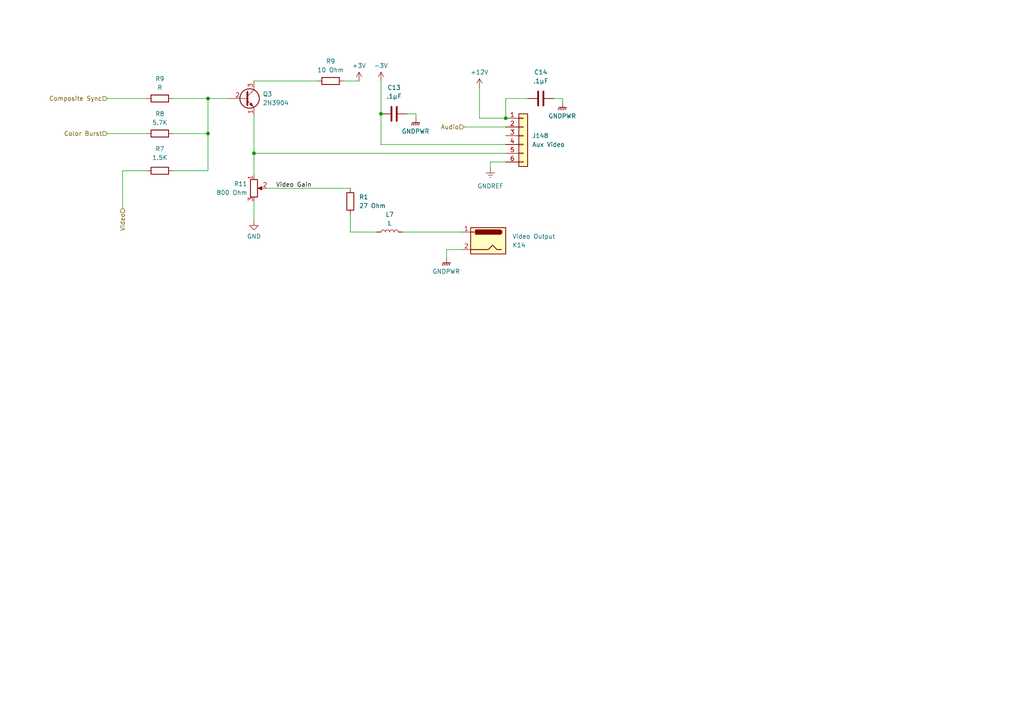
<source format=kicad_sch>
(kicad_sch (version 20230121) (generator eeschema)
  (paper "A4")
  (title_block (title "Video Out"))
  (lib_symbols
    (symbol "+3V0_1" (power) (pin_names (offset 0))
      (property "Value" "-3V" (at 0 4.445 0))
      (symbol "+3V0_1_0_1"
        (polyline (pts (xy -0.762 1.27) (xy 0 2.54)))
        (polyline (pts (xy 0 0) (xy 0 2.54)))
        (polyline (pts (xy 0 2.54) (xy 0.762 1.27)))
      )
      (symbol "+3V0_1_1_1"
        (pin power_in line (at 0 0 90) (length 0) hide (name "-3V") (number "1"))
      )
    )
    (symbol "Connector:Barrel_Jack" (pin_names (offset 1.016))
      (property "Reference" "J" (at 0 5.334 0))
      (property "Value" "Barrel_Jack" (at 0 -5.08 0))
      (symbol "Barrel_Jack_0_1"
        (rectangle (start -5.08 3.81) (end 5.08 -3.81) (stroke (width 0.254)) (fill (type background)))
        (arc (start -3.302 3.175) (mid -3.9343 2.54) (end -3.302 1.905) (stroke (width 0.254)))
        (arc (start -3.302 3.175) (mid -3.9343 2.54) (end -3.302 1.905) (stroke (width 0.254)) (fill (type outline)))
        (polyline (pts (xy 5.08 2.54) (xy 3.81 2.54)) (stroke (width 0.254)))
        (polyline (pts (xy -3.81 -2.54) (xy -2.54 -2.54) (xy -1.27 -1.27) (xy 0 -2.54) (xy 2.54 -2.54) (xy 5.08 -2.54)) (stroke (width 0.254)))
        (rectangle (start 3.683 3.175) (end -3.302 1.905) (stroke (width 0.254)) (fill (type outline)))
      )
      (symbol "Barrel_Jack_1_1"
        (pin passive line (at 7.62 2.54 180) (length 2.54) (name "~") (number "1"))
        (pin passive line (at 7.62 -2.54 180) (length 2.54) (name "~") (number "2"))
      )
    )
    (symbol "Connector_Generic:Conn_01x06" (pin_names (offset 1.016) hide)
      (property "Reference" "J" (at 0 7.62 0))
      (property "Value" "Conn_01x06" (at 0 -10.16 0))
      (symbol "Conn_01x06_1_1"
        (rectangle (start -1.27 -7.493) (end 0 -7.747) (stroke (width 0.1524)))
        (rectangle (start -1.27 -4.953) (end 0 -5.207) (stroke (width 0.1524)))
        (rectangle (start -1.27 -2.413) (end 0 -2.667) (stroke (width 0.1524)))
        (rectangle (start -1.27 0.127) (end 0 -0.127) (stroke (width 0.1524)))
        (rectangle (start -1.27 2.667) (end 0 2.413) (stroke (width 0.1524)))
        (rectangle (start -1.27 5.207) (end 0 4.953) (stroke (width 0.1524)))
        (rectangle (start -1.27 6.35) (end 1.27 -8.89) (stroke (width 0.254)) (fill (type background)))
        (pin passive line (at -5.08 5.08 0) (length 3.81) (name "Pin_1") (number "1"))
        (pin passive line (at -5.08 2.54 0) (length 3.81) (name "Pin_2") (number "2"))
        (pin passive line (at -5.08 0 0) (length 3.81) (name "Pin_3") (number "3"))
        (pin passive line (at -5.08 -2.54 0) (length 3.81) (name "Pin_4") (number "4"))
        (pin passive line (at -5.08 -5.08 0) (length 3.81) (name "Pin_5") (number "5"))
        (pin passive line (at -5.08 -7.62 0) (length 3.81) (name "Pin_6") (number "6"))
      )
    )
    (symbol "Device:C" (pin_numbers hide) (pin_names (offset 0.254))
      (property "Reference" "C" (at 0.635 2.54 0))
      (property "Value" "C" (at 0.635 -2.54 0))
      (symbol "C_0_1"
        (polyline (pts (xy -2.032 -0.762) (xy 2.032 -0.762)) (stroke (width 0.508)))
        (polyline (pts (xy -2.032 0.762) (xy 2.032 0.762)) (stroke (width 0.508)))
      )
      (symbol "C_1_1"
        (pin passive line (at 0 3.81 270) (length 2.794) (name "~") (number "1"))
        (pin passive line (at 0 -3.81 90) (length 2.794) (name "~") (number "2"))
      )
    )
    (symbol "Device:L" (pin_numbers hide) (pin_names (offset 1.016) hide)
      (property "Reference" "L" (at -1.27 0 90))
      (property "Value" "L" (at 1.905 0 90))
      (symbol "L_0_1"
        (arc (start 0 -2.54) (mid 0.6323 -1.905) (end 0 -1.27))
        (arc (start 0 -1.27) (mid 0.6323 -0.635) (end 0 0))
        (arc (start 0 0) (mid 0.6323 0.635) (end 0 1.27))
        (arc (start 0 1.27) (mid 0.6323 1.905) (end 0 2.54))
      )
      (symbol "L_1_1"
        (pin passive line (at 0 3.81 270) (length 1.27) (name "1") (number "1"))
        (pin passive line (at 0 -3.81 90) (length 1.27) (name "2") (number "2"))
      )
    )
    (symbol "Device:R" (pin_numbers hide) (pin_names (offset 0))
      (property "Reference" "R" (at 2.032 0 90))
      (property "Value" "R" (at 0 0 90))
      (symbol "R_0_1"
        (rectangle (start -1.016 -2.54) (end 1.016 2.54) (stroke (width 0.254)))
      )
      (symbol "R_1_1"
        (pin passive line (at 0 3.81 270) (length 1.27) (name "~") (number "1"))
        (pin passive line (at 0 -3.81 90) (length 1.27) (name "~") (number "2"))
      )
    )
    (symbol "Device:R_Potentiometer" (pin_names (offset 1.016) hide)
      (property "Reference" "RV" (at -4.445 0 90))
      (property "Value" "R_Potentiometer" (at -2.54 0 90))
      (symbol "R_Potentiometer_0_1"
        (polyline (pts (xy 2.54 0) (xy 1.524 0)))
        (polyline (pts (xy 1.143 0) (xy 2.286 0.508) (xy 2.286 -0.508) (xy 1.143 0)) (fill (type outline)))
        (rectangle (start 1.016 2.54) (end -1.016 -2.54) (stroke (width 0.254)))
      )
      (symbol "R_Potentiometer_1_1"
        (pin passive line (at 0 3.81 270) (length 1.27) (name "1") (number "1"))
        (pin passive line (at 3.81 0 180) (length 1.27) (name "2") (number "2"))
        (pin passive line (at 0 -3.81 90) (length 1.27) (name "3") (number "3"))
      )
    )
    (symbol "Transistor_BJT:2N3904" (pin_names (offset 0) hide)
      (property "Reference" "Q" (at 5.08 1.905 0))
      (property "Value" "2N3904" (at 5.08 0 0))
      (symbol "2N3904_0_1"
        (polyline (pts (xy 0.635 0.635) (xy 2.54 2.54)))
        (polyline (pts (xy 0.635 -0.635) (xy 2.54 -2.54) (xy 2.54 -2.54)))
        (polyline (pts (xy 0.635 1.905) (xy 0.635 -1.905) (xy 0.635 -1.905)) (stroke (width 0.508)))
        (polyline (pts (xy 1.27 -1.778) (xy 1.778 -1.27) (xy 2.286 -2.286) (xy 1.27 -1.778) (xy 1.27 -1.778)) (fill (type outline)))
        (circle (center 1.27 0) (radius 2.8194) (stroke (width 0.254)))
      )
      (symbol "2N3904_1_1"
        (pin passive line (at 2.54 -5.08 90) (length 2.54) (name "E") (number "1"))
        (pin passive line (at -5.08 0 0) (length 5.715) (name "B") (number "2"))
        (pin passive line (at 2.54 5.08 270) (length 2.54) (name "C") (number "3"))
      )
    )
    (symbol "power:+12V" (power) (pin_names (offset 0))
      (property "Value" "+12V" (at 0 3.556 0))
      (symbol "+12V_0_1"
        (polyline (pts (xy -0.762 1.27) (xy 0 2.54)))
        (polyline (pts (xy 0 0) (xy 0 2.54)))
        (polyline (pts (xy 0 2.54) (xy 0.762 1.27)))
      )
      (symbol "+12V_1_1"
        (pin power_in line (at 0 0 90) (length 0) hide (name "+12V") (number "1"))
      )
    )
    (symbol "power:+3V0" (power) (pin_names (offset 0))
      (property "Value" "+3V" (at 0 4.445 0))
      (symbol "+3V0_0_1"
        (polyline (pts (xy -0.762 1.27) (xy 0 2.54)))
        (polyline (pts (xy 0 0) (xy 0 2.54)))
        (polyline (pts (xy 0 2.54) (xy 0.762 1.27)))
      )
      (symbol "+3V0_1_1"
        (pin power_in line (at 0 0 90) (length 0) hide (name "+3V") (number "1"))
      )
    )
    (symbol "power:GND" (power) (pin_names (offset 0))
      (property "Value" "GND" (at 0 -3.81 0))
      (symbol "GND_0_1"
        (polyline (pts (xy 0 0) (xy 0 -1.27) (xy 1.27 -1.27) (xy 0 -2.54) (xy -1.27 -1.27) (xy 0 -1.27)))
      )
      (symbol "GND_1_1"
        (pin power_in line (at 0 0 270) (length 0) hide (name "GND") (number "1"))
      )
    )
    (symbol "power:GNDPWR" (power) (pin_names (offset 0))
      (property "Value" "GNDPWR" (at 0 -3.302 0))
      (symbol "GNDPWR_0_1"
        (polyline (pts (xy 0 -1.27) (xy 0 0)))
        (polyline (pts (xy -1.016 -1.27) (xy -1.27 -2.032) (xy -1.27 -2.032)) (stroke (width 0.2032)))
        (polyline (pts (xy -0.508 -1.27) (xy -0.762 -2.032) (xy -0.762 -2.032)) (stroke (width 0.2032)))
        (polyline (pts (xy 0 -1.27) (xy -0.254 -2.032) (xy -0.254 -2.032)) (stroke (width 0.2032)))
        (polyline (pts (xy 0.508 -1.27) (xy 0.254 -2.032) (xy 0.254 -2.032)) (stroke (width 0.2032)))
        (polyline (pts (xy 1.016 -1.27) (xy -1.016 -1.27) (xy -1.016 -1.27)) (stroke (width 0.2032)))
        (polyline (pts (xy 1.016 -1.27) (xy 0.762 -2.032) (xy 0.762 -2.032) (xy 0.762 -2.032)) (stroke (width 0.2032)))
      )
      (symbol "GNDPWR_1_1"
        (pin power_in line (at 0 0 270) (length 0) hide (name "GNDPWR") (number "1"))
      )
    )
    (symbol "power:GNDREF" (power) (pin_names (offset 0))
      (property "Value" "GNDREF" (at 0 -3.81 0))
      (symbol "GNDREF_0_1"
        (polyline (pts (xy -0.635 -1.905) (xy 0.635 -1.905)))
        (polyline (pts (xy -0.127 -2.54) (xy 0.127 -2.54)))
        (polyline (pts (xy 0 -1.27) (xy 0 0)))
        (polyline (pts (xy 1.27 -1.27) (xy -1.27 -1.27)))
      )
      (symbol "GNDREF_1_1"
        (pin power_in line (at 0 0 270) (length 0) hide (name "GNDREF") (number "1"))
      )
    )
  )
  (junction (at 60.325 28.575))
  (junction (at 60.325 38.735))
  (junction (at 73.66 44.45))
  (junction (at 146.685 34.29))
  (junction (at 110.49 33.02))
  (wire (pts (xy 146.685 41.91) (xy 110.49 41.91)))
  (wire (pts (xy 133.985 72.39) (xy 129.54 72.39)))
  (wire (pts (xy 31.115 38.735) (xy 42.545 38.735)))
  (wire (pts (xy 146.685 28.575) (xy 153.035 28.575)))
  (wire (pts (xy 60.325 38.735) (xy 60.325 28.575)))
  (wire (pts (xy 146.685 34.29) (xy 139.065 34.29)))
  (wire (pts (xy 110.49 33.02) (xy 110.49 41.91)))
  (wire (pts (xy 142.24 48.895) (xy 142.24 46.99)))
  (wire (pts (xy 118.11 33.02) (xy 120.65 33.02)))
  (wire (pts (xy 101.6 67.31) (xy 109.22 67.31)))
  (wire (pts (xy 73.66 33.655) (xy 73.66 44.45)))
  (wire (pts (xy 120.65 33.02) (xy 120.65 34.29)))
  (wire (pts (xy 50.165 28.575) (xy 60.325 28.575)))
  (wire (pts (xy 60.325 49.53) (xy 60.325 38.735)))
  (wire (pts (xy 73.66 58.42) (xy 73.66 64.135)))
  (wire (pts (xy 73.66 44.45) (xy 146.685 44.45)))
  (wire (pts (xy 110.49 23.495) (xy 110.49 33.02)))
  (wire (pts (xy 42.545 49.53) (xy 35.56 49.53)))
  (wire (pts (xy 99.695 23.495) (xy 104.14 23.495)))
  (wire (pts (xy 60.325 28.575) (xy 66.04 28.575)))
  (wire (pts (xy 139.065 34.29) (xy 139.065 25.4)))
  (wire (pts (xy 146.685 34.29) (xy 146.685 28.575)))
  (wire (pts (xy 134.62 36.83) (xy 146.685 36.83)))
  (wire (pts (xy 73.66 23.495) (xy 92.075 23.495)))
  (wire (pts (xy 50.165 49.53) (xy 60.325 49.53)))
  (wire (pts (xy 160.655 28.575) (xy 163.195 28.575)))
  (wire (pts (xy 101.6 62.23) (xy 101.6 67.31)))
  (wire (pts (xy 129.54 72.39) (xy 129.54 74.93)))
  (wire (pts (xy 142.24 46.99) (xy 146.685 46.99)))
  (wire (pts (xy 73.66 44.45) (xy 73.66 50.8)))
  (wire (pts (xy 50.165 38.735) (xy 60.325 38.735)))
  (wire (pts (xy 31.115 28.575) (xy 42.545 28.575)))
  (wire (pts (xy 77.47 54.61) (xy 101.6 54.61)))
  (wire (pts (xy 35.56 49.53) (xy 35.56 60.325)))
  (wire (pts (xy 163.195 29.845) (xy 163.195 28.575)))
  (wire (pts (xy 116.84 67.31) (xy 133.985 67.31)))
  (label "Video Gain" (at 80.01 54.61 0))
  (hierarchical_label "Audio" (shape input) (at 134.62 36.83 180))
  (hierarchical_label "Video" (shape input) (at 35.56 60.325 270))
  (hierarchical_label "Color Burst" (shape input) (at 31.115 38.735 180))
  (hierarchical_label "Composite Sync" (shape input) (at 31.115 28.575 180))
  (symbol (lib_id "power:+12V") (at 139.065 25.4 0) (unit 1)
    (property "Reference" "#PWR?" (effects hide))
    (property "Value" "+12V" (at 139.065 20.955 0))
  )
  (symbol (lib_id "power:+3V0") (at 104.14 23.495 0) (unit 1)
    (property "Reference" "#PWR?" (effects hide))
    (property "Value" "+3V" (at 104.14 19.05 0))
  )
  (symbol (lib_name "+3V0_1") (lib_id "power:+3V0") (at 110.49 23.495 0) (unit 1)
    (property "Reference" "#PWR?" (effects hide))
    (property "Value" "-3V" (at 110.49 19.05 0))
  )
  (symbol (lib_id "power:GNDPWR") (at 163.195 29.845 0) (unit 1)
    (property "Reference" "#PWR?" (effects hide))
    (property "Value" "GNDPWR" (at 163.068 33.655 0))
  )
  (symbol (lib_id "Device:R_Potentiometer") (at 73.66 54.61 0) (unit 1)
    (property "Reference" "R11" (at 71.755 53.34 0) (effects (justify right)))
    (property "Value" "800 Ohm" (at 71.755 55.88 0) (effects (justify right)))
  )
  (symbol (lib_id "power:GNDREF") (at 142.24 48.895 0) (unit 1)
    (property "Reference" "#PWR?" (effects hide))
    (property "Value" "GNDREF" (at 142.24 53.975 0))
  )
  (symbol (lib_id "Device:R") (at 46.355 49.53 90) (unit 1)
    (property "Reference" "R7" (at 46.355 43.18 90))
    (property "Value" "1.5K" (at 46.355 45.72 90))
  )
  (symbol (lib_id "Connector_Generic:Conn_01x06") (at 151.765 39.37 0) (unit 1)
    (property "Reference" "J148" (at 154.305 39.37 0) (effects (justify left)))
    (property "Value" "Aux Video" (at 154.305 41.91 0) (effects (justify left)))
  )
  (symbol (lib_id "Device:C") (at 114.3 33.02 90) (unit 1)
    (property "Reference" "C13" (at 114.3 25.4 90))
    (property "Value" ".1µF" (at 114.3 27.94 90))
  )
  (symbol (lib_id "Device:R") (at 46.355 28.575 90) (unit 1)
    (property "Reference" "R9" (at 46.355 22.86 90))
    (property "Value" "R" (at 46.355 25.4 90))
  )
  (symbol (lib_id "Device:L") (at 113.03 67.31 90) (unit 1)
    (property "Reference" "L7" (at 113.03 62.23 90))
    (property "Value" "L" (at 113.03 64.77 90))
  )
  (symbol (lib_id "Device:R") (at 46.355 38.735 90) (unit 1)
    (property "Reference" "R8" (at 46.355 33.02 90))
    (property "Value" "5.7K" (at 46.355 35.56 90))
  )
  (symbol (lib_id "Device:R") (at 101.6 58.42 0) (unit 1)
    (property "Reference" "R1" (at 104.14 57.15 0) (effects (justify left)))
    (property "Value" "27 Ohm" (at 104.14 59.69 0) (effects (justify left)))
  )
  (symbol (lib_id "power:GNDPWR") (at 129.54 74.93 0) (unit 1)
    (property "Reference" "#PWR?" (effects hide))
    (property "Value" "GNDPWR" (at 129.413 78.74 0))
  )
  (symbol (lib_id "power:GNDPWR") (at 120.65 34.29 0) (unit 1)
    (property "Reference" "#PWR?" (effects hide))
    (property "Value" "GNDPWR" (at 120.523 38.1 0))
  )
  (symbol (lib_id "Device:C") (at 156.845 28.575 270) (unit 1)
    (property "Reference" "C14" (at 156.845 20.955 90))
    (property "Value" ".1µF" (at 156.845 23.495 90))
  )
  (symbol (lib_id "Connector:Barrel_Jack") (at 141.605 69.85 0) (mirror y) (unit 1)
    (property "Reference" "K14" (at 148.59 71.12 0) (effects (justify right)))
    (property "Value" "Video Output" (at 148.59 68.58 0) (effects (justify right)))
  )
  (symbol (lib_id "power:GND") (at 73.66 64.135 0) (unit 1)
    (property "Reference" "#PWR?" (effects hide))
    (property "Value" "GND" (at 73.66 68.58 0))
  )
  (symbol (lib_id "Device:R") (at 95.885 23.495 90) (unit 1)
    (property "Reference" "R9" (at 95.885 17.78 90))
    (property "Value" "10 Ohm" (at 95.885 20.32 90))
  )
  (symbol (lib_id "Transistor_BJT:2N3904") (at 71.12 28.575 0) (unit 1)
    (property "Reference" "Q3" (at 76.2 27.305 0) (effects (justify left)))
    (property "Value" "2N3904" (at 76.2 29.845 0) (effects (justify left)))
    (property "Footprint" "Package_TO_SOT_THT:TO-92_Inline" (effects hide))
    (property "Datasheet" "https://www.onsemi.com/pub/Collateral/2N3903-D.PDF" (effects hide))
  )
)
</source>
